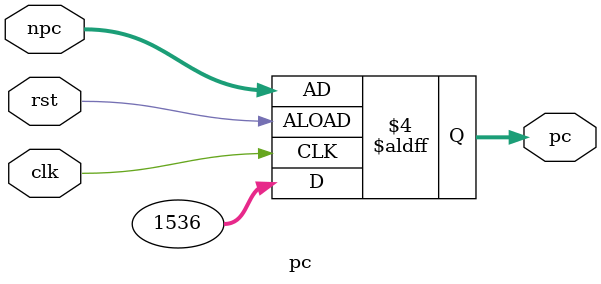
<source format=v>

module pc(npc,clk,rst,pc);
input clk;
input rst;
input [31:0] npc;
output [31:0] pc;
reg [31:0]pc;
initial 
begin
pc=32'o0000_3000;
end
always @(posedge clk or negedge rst)
   begin 
	if (rst==1)
             pc=32'o0000_3000;
         else 
              pc=npc;
   end
endmodule
</source>
